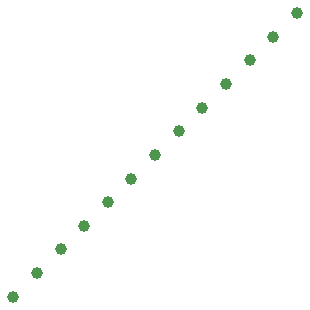
<source format=gbr>
G04 Examples for testing time performance of Gerber parsers*
%FSLAX26Y26*%
%MOMM*%
%ADD10C,1*%
%LPD*%
D10*
X0Y0D03*
X2000000Y2000000D03*
X4000000Y4000000D03*
X6000000Y6000000D03*
X8000000Y8000000D03*
X10000000Y10000000D03*
X12000000Y12000000D03*
X14000000Y14000000D03*
X16000000Y16000000D03*
X18000000Y18000000D03*
X20000000Y20000000D03*
X22000000Y22000000D03*
X24000000Y24000000D03*
M02*

</source>
